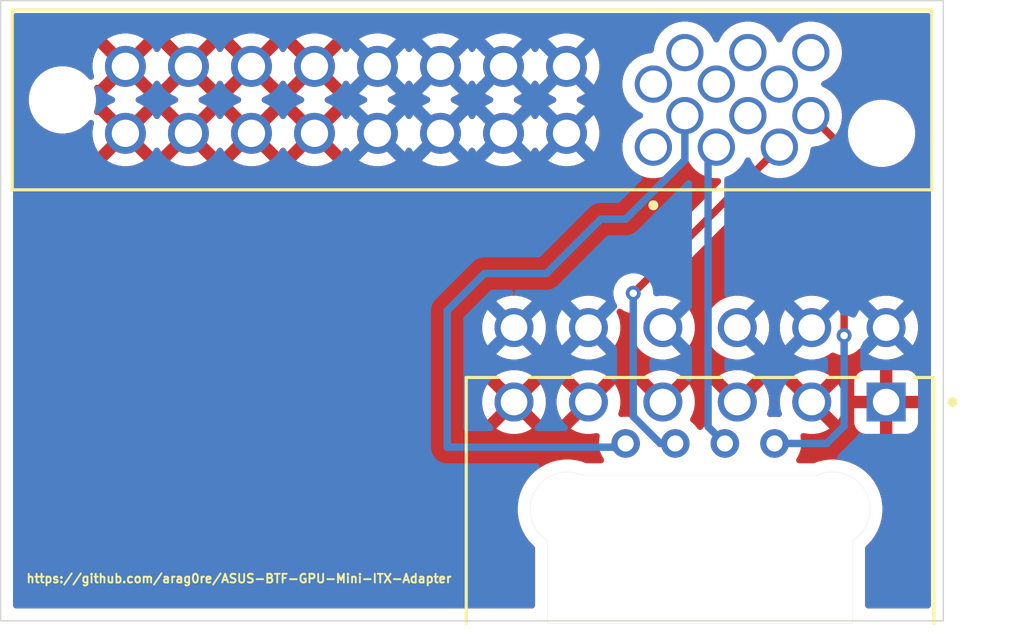
<source format=kicad_pcb>
(kicad_pcb (version 20241229) (generator "pcbnew") (generator_version "9.0")
  (layers (0 "F.Cu" signal) (2 "B.Cu" signal) (13 "F.Paste" user) (15 "B.Paste" user) (5 "F.SilkS" user "F.Silkscreen") (7 "B.SilkS" user "B.Silkscreen") (1 "F.Mask" user) (3 "B.Mask" user) (25 "Edge.Cuts" user))
  (net 0 "")
  (net 1 "12V")
  (net 2 "Ground")
  (net 3 "SENSE1")
  (net 4 "SENSE0")
  (net 5 "CARD_CBL_PRES#")
  (net 6 "CARD_PWR_STABLE")
  (net 7 "GND")
  (net 8 "150W_DET")
  (net 9 "12HPWR_LED")
  (net 10 "GC_PRSN#")
  (footprint "ASUS BTF GPU Mini-ITX Adapter:AMPHENOL_10117036-002LF" (layer "F.Cu") (at 181.5 104)
    (property "Reference" "REF**" (hide yes))
    (property "Value" "AMPHENOL_10117036-002LF")
    (fp_line (start -18.53 -3.625) (end -18.53 3.625) (stroke (width 0.127)) (layer "F.SilkS"))
    (fp_line (start -18.53 3.625) (end 18.53 3.625) (stroke (width 0.127)) (layer "F.SilkS"))
    (fp_line (start 18.53 -3.625) (end -18.53 -3.625) (stroke (width 0.127)) (layer "F.SilkS"))
    (fp_line (start 18.53 3.625) (end 18.53 -3.625) (stroke (width 0.127)) (layer "F.SilkS"))
    (fp_circle (center 7.31 4.25) (end 7.41 4.25) (stroke (width 0.2)) (fill no) (layer "F.SilkS"))
    (pad "" np_thru_hole circle (at -16.51 0) (size 2.21 2.21) (drill 2.21) (layers "*.Cu" "*.Mask"))
    (pad "" np_thru_hole circle (at 16.51 1.35) (size 2.21 2.21) (drill 2.21) (layers "*.Cu" "*.Mask"))
    (pad "P1" thru_hole circle (at -13.97 1.35) (size 1.65 1.65) (drill 1.1) (layers "*.Cu" "*.Mask") (net 1 "12V"))
    (pad "P2" thru_hole circle (at -11.43 1.35) (size 1.65 1.65) (drill 1.1) (layers "*.Cu" "*.Mask") (net 1 "12V"))
    (pad "P3" thru_hole circle (at -8.89 1.35) (size 1.65 1.65) (drill 1.1) (layers "*.Cu" "*.Mask") (net 1 "12V"))
    (pad "P4" thru_hole circle (at -6.35 1.35) (size 1.65 1.65) (drill 1.1) (layers "*.Cu" "*.Mask") (net 1 "12V"))
    (pad "P5" thru_hole circle (at -3.81 1.35) (size 1.65 1.65) (drill 1.1) (layers "*.Cu" "*.Mask") (net 2 "Ground"))
    (pad "P6" thru_hole circle (at -1.27 1.35) (size 1.65 1.65) (drill 1.1) (layers "*.Cu" "*.Mask") (net 2 "Ground"))
    (pad "P7" thru_hole circle (at 1.27 1.35) (size 1.65 1.65) (drill 1.1) (layers "*.Cu" "*.Mask") (net 2 "Ground"))
    (pad "P8" thru_hole circle (at 3.81 1.35) (size 1.65 1.65) (drill 1.1) (layers "*.Cu" "*.Mask") (net 2 "Ground"))
    (pad "P9" thru_hole circle (at 3.81 -1.35) (size 1.65 1.65) (drill 1.1) (layers "*.Cu" "*.Mask") (net 2 "Ground"))
    (pad "P10" thru_hole circle (at 1.27 -1.35) (size 1.65 1.65) (drill 1.1) (layers "*.Cu" "*.Mask") (net 2 "Ground"))
    (pad "P11" thru_hole circle (at -1.27 -1.35) (size 1.65 1.65) (drill 1.1) (layers "*.Cu" "*.Mask") (net 2 "Ground"))
    (pad "P12" thru_hole circle (at -3.81 -1.35) (size 1.65 1.65) (drill 1.1) (layers "*.Cu" "*.Mask") (net 2 "Ground"))
    (pad "P13" thru_hole circle (at -6.35 -1.35) (size 1.65 1.65) (drill 1.1) (layers "*.Cu" "*.Mask") (net 1 "12V"))
    (pad "P14" thru_hole circle (at -8.89 -1.35) (size 1.65 1.65) (drill 1.1) (layers "*.Cu" "*.Mask") (net 1 "12V"))
    (pad "P15" thru_hole circle (at -11.43 -1.35) (size 1.65 1.65) (drill 1.1) (layers "*.Cu" "*.Mask") (net 1 "12V"))
    (pad "P16" thru_hole circle (at -13.97 -1.35) (size 1.65 1.65) (drill 1.1) (layers "*.Cu" "*.Mask") (net 1 "12V"))
    (pad "S1" thru_hole circle (at 7.31 1.905) (size 1.5 1.5) (drill 1.1) (layers "*.Cu" "*.Mask") (net 7 "GND"))
    (pad "S2" thru_hole circle (at 8.58 0.635) (size 1.5 1.5) (drill 1.1) (layers "*.Cu" "*.Mask") (net 3 "SENSE1"))
    (pad "S3" thru_hole circle (at 9.85 1.905) (size 1.5 1.5) (drill 1.1) (layers "*.Cu" "*.Mask") (net 5 "CARD_CBL_PRES#"))
    (pad "S4" thru_hole circle (at 11.12 0.635) (size 1.5 1.5) (drill 1.1) (layers "*.Cu" "*.Mask"))
    (pad "S5" thru_hole circle (at 12.39 1.905) (size 1.5 1.5) (drill 1.1) (layers "*.Cu" "*.Mask") (net 4 "SENSE0"))
    (pad "S6" thru_hole circle (at 13.66 0.635) (size 1.5 1.5) (drill 1.1) (layers "*.Cu" "*.Mask") (net 6 "CARD_PWR_STABLE"))
    (pad "S7" thru_hole circle (at 13.66 -1.905) (size 1.5 1.5) (drill 1.1) (layers "*.Cu" "*.Mask") (net 8 "150W_DET"))
    (pad "S8" thru_hole circle (at 12.39 -0.635) (size 1.5 1.5) (drill 1.1) (layers "*.Cu" "*.Mask") (net 9 "12HPWR_LED"))
    (pad "S9" thru_hole circle (at 11.12 -1.905) (size 1.5 1.5) (drill 1.1) (layers "*.Cu" "*.Mask") (net 7 "GND"))
    (pad "S10" thru_hole circle (at 9.85 -0.635) (size 1.5 1.5) (drill 1.1) (layers "*.Cu" "*.Mask"))
    (pad "S11" thru_hole circle (at 8.58 -1.905) (size 1.5 1.5) (drill 1.1) (layers "*.Cu" "*.Mask"))
    (pad "S12" thru_hole circle (at 7.31 -0.635) (size 1.5 1.5) (drill 1.1) (layers "*.Cu" "*.Mask") (net 10 "GC_PRSN#"))
  )
  (footprint "ASUS BTF GPU Mini-ITX Adapter:AMPHENOL_10160920-1240100LF" (layer "F.Cu") (at 190.69325 120.5)
    (property "Reference" "REF**" (hide yes))
    (property "Value" "AMPHENOL_10160920-1240100LF")
    (fp_line (start -9.425 -5.31) (end -9.425 4.6) (stroke (width 0.127)) (layer "F.SilkS"))
    (fp_line (start -9.425 -5.31) (end -8.14722 -5.31) (stroke (width 0.127)) (layer "F.SilkS"))
    (fp_line (start -6.85278 -5.31) (end -5.14722 -5.31) (stroke (width 0.127)) (layer "F.SilkS"))
    (fp_line (start -3.85278 -5.31) (end -2.14722 -5.31) (stroke (width 0.127)) (layer "F.SilkS"))
    (fp_line (start -0.852781 -5.31) (end 0.852781 -5.31) (stroke (width 0.127)) (layer "F.SilkS"))
    (fp_line (start 2.14722 -5.31) (end 3.85278 -5.31) (stroke (width 0.127)) (layer "F.SilkS"))
    (fp_line (start 5.14722 -5.31) (end 6.395 -5.31) (stroke (width 0.127)) (layer "F.SilkS"))
    (fp_line (start 8.605 -5.31) (end 9.425 -5.31) (stroke (width 0.127)) (layer "F.SilkS"))
    (fp_line (start 9.425 -5.31) (end 9.425 4.6) (stroke (width 0.127)) (layer "F.SilkS"))
    (fp_circle (center 10.175 -4.32) (end 10.275 -4.32) (stroke (width 0.2)) (fill no) (layer "F.SilkS"))
    (fp_line (start -6.15 1.26886) (end -6.15 4.6) (stroke (width 0.01)) (layer "Edge.Cuts"))
    (fp_line (start -6.15 4.6) (end 6.15 4.6) (stroke (width 0.01)) (layer "Edge.Cuts"))
    (fp_line (start 4.69617 -1.35) (end -4.69617 -1.35) (stroke (width 0.01)) (layer "Edge.Cuts"))
    (fp_line (start 6.15 4.6) (end 6.15 1.26886) (stroke (width 0.01)) (layer "Edge.Cuts"))
    (fp_arc (start -6.85 0) (mid -6.41066 -1.06066) (end -5.35 -1.5) (stroke (width 0.01)) (layer "Edge.Cuts"))
    (fp_arc (start -6.15 1.26886) (mid -6.663393 0.72457) (end -6.85 0) (stroke (width 0.01)) (layer "Edge.Cuts"))
    (fp_arc (start -5.35 -1.5) (mid -5.014592 -1.462019) (end -4.69617 -1.35) (stroke (width 0.01)) (layer "Edge.Cuts"))
    (fp_arc (start 4.69617 -1.35) (mid 5.014592 -1.462019) (end 5.35 -1.5) (stroke (width 0.01)) (layer "Edge.Cuts"))
    (fp_arc (start 5.35 -1.5) (mid 6.41066 -1.06066) (end 6.85 0) (stroke (width 0.01)) (layer "Edge.Cuts"))
    (fp_arc (start 6.85 0) (mid 6.663393 0.72457) (end 6.15 1.26886) (stroke (width 0.01)) (layer "Edge.Cuts"))
    (pad "1" thru_hole rect (at 7.5 -4.32) (size 1.57 1.57) (drill 1.07) (layers "*.Cu" "*.Mask") (net 1 "12V"))
    (pad "2" thru_hole circle (at 4.5 -4.32) (size 1.57 1.57) (drill 1.07) (layers "*.Cu" "*.Mask") (net 1 "12V"))
    (pad "3" thru_hole circle (at 1.5 -4.32) (size 1.57 1.57) (drill 1.07) (layers "*.Cu" "*.Mask") (net 1 "12V"))
    (pad "4" thru_hole circle (at -1.5 -4.32) (size 1.57 1.57) (drill 1.07) (layers "*.Cu" "*.Mask") (net 1 "12V"))
    (pad "5" thru_hole circle (at -4.5 -4.32) (size 1.57 1.57) (drill 1.07) (layers "*.Cu" "*.Mask") (net 1 "12V"))
    (pad "6" thru_hole circle (at -7.5 -4.32) (size 1.57 1.57) (drill 1.07) (layers "*.Cu" "*.Mask") (net 1 "12V"))
    (pad "7" thru_hole circle (at 7.5 -7.32) (size 1.57 1.57) (drill 1.07) (layers "*.Cu" "*.Mask") (net 2 "Ground"))
    (pad "8" thru_hole circle (at 4.5 -7.32) (size 1.57 1.57) (drill 1.07) (layers "*.Cu" "*.Mask") (net 2 "Ground"))
    (pad "9" thru_hole circle (at 1.5 -7.32) (size 1.57 1.57) (drill 1.07) (layers "*.Cu" "*.Mask") (net 2 "Ground"))
    (pad "10" thru_hole circle (at -1.5 -7.32) (size 1.57 1.57) (drill 1.07) (layers "*.Cu" "*.Mask") (net 2 "Ground"))
    (pad "11" thru_hole circle (at -4.5 -7.32) (size 1.57 1.57) (drill 1.07) (layers "*.Cu" "*.Mask") (net 2 "Ground"))
    (pad "12" thru_hole circle (at -7.5 -7.32) (size 1.57 1.57) (drill 1.07) (layers "*.Cu" "*.Mask") (net 2 "Ground"))
    (pad "S1" thru_hole circle (at 3 -2.65) (size 1.15 1.15) (drill 0.65) (layers "*.Cu" "*.Mask") (net 6 "CARD_PWR_STABLE"))
    (pad "S2" thru_hole circle (at 1 -2.65) (size 1.15 1.15) (drill 0.65) (layers "*.Cu" "*.Mask") (net 5 "CARD_CBL_PRES#"))
    (pad "S3" thru_hole circle (at -1 -2.65) (size 1.15 1.15) (drill 0.65) (layers "*.Cu" "*.Mask") (net 4 "SENSE0"))
    (pad "S4" thru_hole circle (at -3 -2.65) (size 1.15 1.15) (drill 0.65) (layers "*.Cu" "*.Mask") (net 3 "SENSE1"))
  )
  (gr_line (start 200.5 100) (end 200.5 125) (stroke (width 0.05)) (layer "Edge.Cuts"))
  (gr_line (start 162.5 100) (end 200.5 100) (stroke (width 0.05)) (layer "Edge.Cuts"))
  (gr_line (start 200.5 125) (end 162.5 125) (stroke (width 0.05)) (layer "Edge.Cuts"))
  (gr_line (start 162.5 125) (end 162.5 100) (stroke (width 0.05)) (layer "Edge.Cuts"))
  (gr_text "https://github.com/arag0re/ASUS-BTF-GPU-Mini-ITX-Adapter" (at 163.5 123.5 0) (layer "F.SilkS") (effects (font (size 0.35 0.35) (thickness 0.075) (bold yes)) (justify left bottom)))
  (segment (start 187.85 118) (end 180.5 118) (width 0.3) (layer "B.Cu") (net 3))
  (segment (start 182 111) (end 184.5 111) (width 0.3) (layer "B.Cu") (net 3))
  (segment (start 187.69325 108.80675) (end 190.08 106.42) (width 0.3) (layer "B.Cu") (net 3))
  (segment (start 190.08 106.42) (end 190.08 104.635) (width 0.3) (layer "B.Cu") (net 3))
  (segment (start 188 117.85) (end 187.85 118) (width 0.3) (layer "B.Cu") (net 3))
  (segment (start 180.5 112.5) (end 182 111) (width 0.3) (layer "B.Cu") (net 3))
  (segment (start 180.5 118) (end 180.5 112.5) (width 0.3) (layer "B.Cu") (net 3))
  (segment (start 186.69325 108.80675) (end 187.69325 108.80675) (width 0.3) (layer "B.Cu") (net 3))
  (segment (start 184.5 111) (end 186.69325 108.80675) (width 0.3) (layer "B.Cu") (net 3))
  (segment (start 188 111.795) (end 193.89 105.905) (width 0.3) (layer "F.Cu") (net 4))
  (via (at 188 111.795) (size 0.6) (drill 0.3) (layers "F.Cu" "B.Cu") (net 4))
  (segment (start 188 116.761293) (end 189.088707 117.85) (width 0.3) (layer "B.Cu") (net 4))
  (segment (start 189.088707 117.85) (end 189.69325 117.85) (width 0.3) (layer "B.Cu") (net 4))
  (segment (start 188 111.795) (end 188 116.761293) (width 0.3) (layer "B.Cu") (net 4))
  (segment (start 191.015693 117.172443) (end 191.015693 106.239307) (width 0.3) (layer "B.Cu") (net 5))
  (segment (start 191.015693 106.239307) (end 191.35 105.905) (width 0.3) (layer "B.Cu") (net 5))
  (segment (start 191.69325 117.85) (end 191.015693 117.172443) (width 0.3) (layer "B.Cu") (net 5))
  (segment (start 192 117.85) (end 191.69325 117.85) (width 0.3) (layer "B.Cu") (net 5))
  (segment (start 196.5 113.5) (end 196.5 105.975) (width 0.3) (layer "F.Cu") (net 6))
  (segment (start 196.5 105.975) (end 195.16 104.635) (width 0.3) (layer "F.Cu") (net 6))
  (via (at 196.5 113.5) (size 0.6) (drill 0.3) (layers "F.Cu" "B.Cu") (net 6))
  (segment (start 195.795709 117.85) (end 194 117.85) (width 0.3) (layer "B.Cu") (net 6))
  (segment (start 196.5 117.145709) (end 195.795709 117.85) (width 0.3) (layer "B.Cu") (net 6))
  (segment (start 196.5 113.5) (end 196.5 117.145709) (width 0.3) (layer "B.Cu") (net 6))
  (zone (net 1) (net_name "12V") (layer "F.Cu") (connect_pads (clearance 0.5)) (min_thickness 0.25) (fill yes (thermal_gap 0.5) (thermal_bridge_width 0.5) (island_removal_mode 1) (island_area_min 10))
    (polygon (pts (xy 162.5 100) (xy 162.5 125) (xy 200.5 125) (xy 200.5 100)))
  )
  (zone (net 2) (net_name "Ground") (layer "B.Cu") (priority 1) (connect_pads (clearance 0.5)) (min_thickness 0.25) (fill yes (thermal_gap 0.5) (thermal_bridge_width 0.5) (island_removal_mode 1) (island_area_min 10))
    (polygon (pts (xy 162.5 100) (xy 162.5 125) (xy 200.5 125.5) (xy 200.5 100)))
  )
)
</source>
